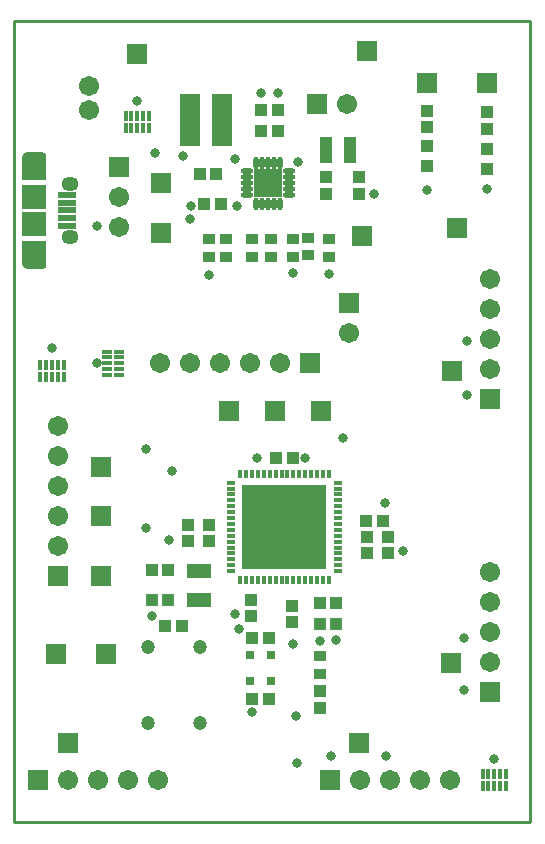
<source format=gts>
G04 Layer_Color=8388736*
%FSLAX25Y25*%
%MOIN*%
G70*
G01*
G75*
%ADD28C,0.01000*%
%ADD48R,0.28400X0.28400*%
%ADD49R,0.06115X0.02375*%
%ADD50R,0.08280X0.07887*%
%ADD51R,0.03950X0.04343*%
%ADD52R,0.08300X0.05100*%
%ADD53R,0.01800X0.03600*%
%ADD54R,0.04147X0.04147*%
%ADD55R,0.04343X0.03950*%
%ADD56R,0.03600X0.01800*%
%ADD57O,0.04147X0.01981*%
%ADD58O,0.01981X0.04147*%
%ADD59R,0.09265X0.09265*%
%ADD60R,0.07099X0.17729*%
%ADD61R,0.03950X0.08674*%
%ADD62R,0.04343X0.03556*%
%ADD63R,0.02729X0.03044*%
%ADD64R,0.01784X0.03162*%
%ADD65R,0.03162X0.01784*%
%ADD66C,0.06800*%
%ADD67C,0.00800*%
%ADD68O,0.05721X0.04934*%
%ADD69C,0.06706*%
%ADD70R,0.06706X0.06706*%
%ADD71R,0.06706X0.06706*%
%ADD72C,0.02375*%
%ADD73C,0.06737*%
%ADD74C,0.04737*%
%ADD75C,0.03200*%
G36*
X10293Y193868D02*
X10344Y193858D01*
X10394Y193841D01*
X10441Y193818D01*
X10484Y193789D01*
X10524Y193754D01*
X10558Y193714D01*
X10587Y193671D01*
X10610Y193624D01*
X10627Y193574D01*
X10638Y193523D01*
X10641Y193471D01*
Y186049D01*
Y185814D01*
D01*
Y185814D01*
X10638Y185762D01*
X10627Y185711D01*
X10622Y185694D01*
X10610Y185661D01*
X10610Y185661D01*
X10431Y185227D01*
X10431Y185227D01*
X10407Y185180D01*
X10378Y185136D01*
X10344Y185097D01*
X10344Y185097D01*
X10012Y184765D01*
X10012Y184765D01*
X9972Y184730D01*
X9928Y184701D01*
X9882Y184678D01*
X9881Y184678D01*
X9448Y184498D01*
X9447Y184498D01*
X9415Y184487D01*
X9398Y184481D01*
X9346Y184471D01*
X9294Y184467D01*
X9294D01*
D01*
X4337D01*
D01*
X4337D01*
X4284Y184471D01*
X4233Y184481D01*
X4216Y184487D01*
X4183Y184498D01*
X4183Y184498D01*
X3460Y184797D01*
X3460Y184798D01*
X3413Y184821D01*
X3369Y184850D01*
X3330Y184884D01*
X2776Y185438D01*
X2776Y185438D01*
X2741Y185477D01*
X2712Y185521D01*
X2697Y185553D01*
X2689Y185568D01*
X2689Y185568D01*
X2389Y186292D01*
X2373Y186341D01*
X2362Y186393D01*
X2359Y186445D01*
Y186837D01*
Y193471D01*
X2362Y193523D01*
X2373Y193574D01*
X2389Y193624D01*
X2413Y193671D01*
X2442Y193714D01*
X2476Y193754D01*
X2516Y193789D01*
X2559Y193818D01*
X2606Y193841D01*
X2656Y193858D01*
X2708Y193868D01*
X2760Y193871D01*
X10240D01*
X10293Y193868D01*
D02*
G37*
G36*
X9346Y223474D02*
X9398Y223464D01*
X9447Y223447D01*
X9882Y223267D01*
X9928Y223244D01*
X9972Y223215D01*
X10012Y223180D01*
X10344Y222848D01*
X10344Y222848D01*
X10378Y222809D01*
X10407Y222765D01*
X10431Y222718D01*
X10431Y222718D01*
X10610Y222284D01*
X10610Y222284D01*
X10622Y222251D01*
X10627Y222234D01*
X10638Y222183D01*
X10641Y222131D01*
Y222131D01*
D01*
Y221896D01*
Y214474D01*
X10638Y214422D01*
X10627Y214371D01*
X10610Y214321D01*
X10587Y214274D01*
X10558Y214230D01*
X10524Y214191D01*
X10484Y214156D01*
X10441Y214127D01*
X10394Y214104D01*
X10344Y214087D01*
X10293Y214077D01*
X10240Y214073D01*
X2760D01*
X2708Y214077D01*
X2656Y214087D01*
X2606Y214104D01*
X2559Y214127D01*
X2516Y214156D01*
X2476Y214191D01*
X2442Y214230D01*
X2413Y214274D01*
X2389Y214321D01*
X2373Y214371D01*
X2362Y214422D01*
X2359Y214474D01*
Y221108D01*
Y221500D01*
X2362Y221552D01*
X2373Y221604D01*
X2389Y221653D01*
X2689Y222377D01*
X2689Y222377D01*
X2697Y222392D01*
X2712Y222424D01*
X2741Y222467D01*
X2776Y222507D01*
X2776Y222507D01*
X3330Y223060D01*
X3330Y223061D01*
X3351Y223079D01*
X3369Y223095D01*
X3398Y223115D01*
X3413Y223124D01*
X3437Y223136D01*
X3460Y223147D01*
X3460Y223148D01*
X4183Y223447D01*
X4233Y223464D01*
X4284Y223474D01*
X4337Y223478D01*
X9294D01*
X9346Y223474D01*
D02*
G37*
D28*
X0Y267000D02*
X172000D01*
X0Y0D02*
Y267000D01*
Y0D02*
X172000D01*
Y267000D01*
D48*
X90000Y98500D02*
D03*
D49*
X17543Y201413D02*
D03*
Y203972D02*
D03*
Y206532D02*
D03*
Y198854D02*
D03*
Y209090D02*
D03*
D50*
X6500Y208500D02*
D03*
Y199445D02*
D03*
D51*
X45744Y84000D02*
D03*
X51256D02*
D03*
X45744Y74000D02*
D03*
X51256D02*
D03*
X50244Y65500D02*
D03*
X55756D02*
D03*
X107256Y73000D02*
D03*
X101744D02*
D03*
X107256Y66000D02*
D03*
X101744D02*
D03*
X87756Y230500D02*
D03*
X82244D02*
D03*
X122756Y100500D02*
D03*
X117244D02*
D03*
X79244Y41000D02*
D03*
X84756D02*
D03*
X84756Y61500D02*
D03*
X79244D02*
D03*
X67256Y216000D02*
D03*
X61744D02*
D03*
X87244Y121500D02*
D03*
X92756D02*
D03*
X63244Y206000D02*
D03*
X68756D02*
D03*
X87756Y237500D02*
D03*
X82244D02*
D03*
D52*
X61500Y74200D02*
D03*
Y83800D02*
D03*
D53*
X156100Y16000D02*
D03*
X158000D02*
D03*
X160000D02*
D03*
X162000D02*
D03*
X163900D02*
D03*
Y12000D02*
D03*
X162000D02*
D03*
X160000D02*
D03*
X158000D02*
D03*
X156100D02*
D03*
X37100Y235500D02*
D03*
X39000D02*
D03*
X41000D02*
D03*
X43000D02*
D03*
X44900D02*
D03*
Y231500D02*
D03*
X43000D02*
D03*
X41000D02*
D03*
X39000D02*
D03*
X37100D02*
D03*
X8600Y152500D02*
D03*
X10500D02*
D03*
X12500D02*
D03*
X14500D02*
D03*
X16400D02*
D03*
Y148500D02*
D03*
X14500D02*
D03*
X12500D02*
D03*
X10500D02*
D03*
X8600D02*
D03*
D54*
X157500Y217807D02*
D03*
Y224500D02*
D03*
X137500Y218807D02*
D03*
Y225500D02*
D03*
D55*
X157500Y231244D02*
D03*
Y236756D02*
D03*
X137500Y231744D02*
D03*
Y237256D02*
D03*
X79000Y68744D02*
D03*
Y74256D02*
D03*
X65000Y93744D02*
D03*
Y99256D02*
D03*
X92500Y66744D02*
D03*
Y72256D02*
D03*
X58000Y93744D02*
D03*
Y99256D02*
D03*
X115000Y209488D02*
D03*
Y215000D02*
D03*
X104000Y209488D02*
D03*
Y215000D02*
D03*
X124500Y89744D02*
D03*
Y95256D02*
D03*
X117500Y89744D02*
D03*
Y95256D02*
D03*
X102000Y38244D02*
D03*
Y43756D02*
D03*
D56*
X31000Y149100D02*
D03*
Y151000D02*
D03*
Y153000D02*
D03*
Y155000D02*
D03*
Y156900D02*
D03*
X35000D02*
D03*
Y155000D02*
D03*
Y153000D02*
D03*
Y151000D02*
D03*
Y149100D02*
D03*
D57*
X77642Y216968D02*
D03*
Y215000D02*
D03*
Y213032D02*
D03*
Y211063D02*
D03*
Y209095D02*
D03*
X91421D02*
D03*
Y211063D02*
D03*
Y213032D02*
D03*
Y215000D02*
D03*
Y216968D02*
D03*
D58*
X80594Y206142D02*
D03*
X82563D02*
D03*
X84531D02*
D03*
X86500D02*
D03*
X88468D02*
D03*
Y219921D02*
D03*
X86500D02*
D03*
X84531D02*
D03*
X82563D02*
D03*
X80594D02*
D03*
D59*
X84531Y213032D02*
D03*
D60*
X58579Y233984D02*
D03*
X69209Y233984D02*
D03*
D61*
X104000Y224000D02*
D03*
X111902D02*
D03*
D62*
X102000Y55453D02*
D03*
Y49547D02*
D03*
X93000Y188500D02*
D03*
Y194405D02*
D03*
X85500Y188453D02*
D03*
Y194358D02*
D03*
X79043Y194390D02*
D03*
Y188484D02*
D03*
X105000Y188484D02*
D03*
Y194390D02*
D03*
X98000Y194905D02*
D03*
Y189000D02*
D03*
X64815Y188484D02*
D03*
Y194390D02*
D03*
X70500Y194358D02*
D03*
Y188453D02*
D03*
D63*
X85445Y55831D02*
D03*
Y47169D02*
D03*
X78555D02*
D03*
Y55831D02*
D03*
D64*
X92953Y80783D02*
D03*
X90984D02*
D03*
X89016D02*
D03*
X94921D02*
D03*
X96890D02*
D03*
X87047D02*
D03*
X85079D02*
D03*
X83110D02*
D03*
X75236D02*
D03*
X77205D02*
D03*
X79173D02*
D03*
X81142D02*
D03*
X98858D02*
D03*
X100827D02*
D03*
X102795D02*
D03*
X104764D02*
D03*
Y116217D02*
D03*
X102795D02*
D03*
X100827D02*
D03*
X98858D02*
D03*
X96890D02*
D03*
X94921D02*
D03*
X92953D02*
D03*
X90984D02*
D03*
X89016D02*
D03*
X87047D02*
D03*
X85079D02*
D03*
X83110D02*
D03*
X81142D02*
D03*
X79173D02*
D03*
X77205D02*
D03*
X75236D02*
D03*
D65*
X72284Y103421D02*
D03*
Y105390D02*
D03*
Y107358D02*
D03*
Y101453D02*
D03*
Y99484D02*
D03*
Y109327D02*
D03*
Y111295D02*
D03*
Y97516D02*
D03*
Y95547D02*
D03*
Y113264D02*
D03*
Y83736D02*
D03*
Y85705D02*
D03*
Y87673D02*
D03*
Y89642D02*
D03*
Y91610D02*
D03*
Y93579D02*
D03*
X107717Y83736D02*
D03*
Y85705D02*
D03*
Y87673D02*
D03*
Y89642D02*
D03*
Y91610D02*
D03*
Y93579D02*
D03*
Y95547D02*
D03*
Y97516D02*
D03*
Y99484D02*
D03*
Y101453D02*
D03*
Y103421D02*
D03*
Y105390D02*
D03*
Y107358D02*
D03*
Y109327D02*
D03*
Y111295D02*
D03*
Y113264D02*
D03*
D66*
X83000Y107000D02*
D03*
X98000D02*
D03*
X83000Y91000D02*
D03*
X97500D02*
D03*
X90500Y99500D02*
D03*
D67*
X6500Y187535D02*
D03*
Y220409D02*
D03*
D68*
X18528Y212732D02*
D03*
Y195213D02*
D03*
D69*
X158500Y83333D02*
D03*
Y73333D02*
D03*
Y63333D02*
D03*
Y53333D02*
D03*
X14500Y92000D02*
D03*
Y102000D02*
D03*
Y112000D02*
D03*
Y122000D02*
D03*
Y132000D02*
D03*
X48000Y14000D02*
D03*
X38000D02*
D03*
X28000D02*
D03*
X18000D02*
D03*
X158500Y181000D02*
D03*
Y171000D02*
D03*
Y161000D02*
D03*
Y151000D02*
D03*
X35000Y208500D02*
D03*
Y198500D02*
D03*
X48500Y153000D02*
D03*
X58500D02*
D03*
X68500D02*
D03*
X78500D02*
D03*
X88500D02*
D03*
X111500Y163000D02*
D03*
X111000Y239500D02*
D03*
X145167Y14000D02*
D03*
X135167D02*
D03*
X125167D02*
D03*
X115167D02*
D03*
D70*
X158500Y43333D02*
D03*
X157500Y246500D02*
D03*
X137500D02*
D03*
X146000Y150500D02*
D03*
X145500Y53000D02*
D03*
X14500Y82000D02*
D03*
X158500Y141000D02*
D03*
X35000Y218500D02*
D03*
X111500Y173000D02*
D03*
D71*
X102300Y137000D02*
D03*
X86800D02*
D03*
X71500D02*
D03*
X117500Y257000D02*
D03*
X49000Y213000D02*
D03*
X30500Y56000D02*
D03*
X29000Y118500D02*
D03*
X41000Y256000D02*
D03*
X14000Y56000D02*
D03*
X29000Y102000D02*
D03*
X49000Y196500D02*
D03*
X29000Y82000D02*
D03*
X116000Y195500D02*
D03*
X8000Y14000D02*
D03*
X98500Y153000D02*
D03*
X101000Y239500D02*
D03*
X105167Y14000D02*
D03*
X115000Y26500D02*
D03*
X18000D02*
D03*
X147500Y198000D02*
D03*
D72*
X82563Y215000D02*
D03*
Y211063D02*
D03*
X86500D02*
D03*
Y215000D02*
D03*
D73*
X25000Y245437D02*
D03*
Y237563D02*
D03*
D74*
X62000Y58500D02*
D03*
X44500D02*
D03*
Y33000D02*
D03*
X62000D02*
D03*
D75*
X45744Y68744D02*
D03*
X107256Y60744D02*
D03*
X93000Y59500D02*
D03*
X105000Y182906D02*
D03*
X64815Y182591D02*
D03*
X93000Y183193D02*
D03*
X137500Y210653D02*
D03*
X59000Y205500D02*
D03*
X87756Y243256D02*
D03*
X94453Y220000D02*
D03*
X73610Y221000D02*
D03*
X74047Y205500D02*
D03*
X82244Y243256D02*
D03*
X58500Y201000D02*
D03*
X27500Y153000D02*
D03*
X12500Y158000D02*
D03*
X41000Y240500D02*
D03*
X51500Y94000D02*
D03*
X120000Y209488D02*
D03*
X81000Y121500D02*
D03*
X74756Y64500D02*
D03*
X27382Y198882D02*
D03*
X52500Y117000D02*
D03*
X123500Y106500D02*
D03*
X150000Y44000D02*
D03*
X151000Y142500D02*
D03*
Y160500D02*
D03*
X56200Y222000D02*
D03*
X47000Y223000D02*
D03*
X129500Y90500D02*
D03*
X97000Y121500D02*
D03*
X44000Y124500D02*
D03*
Y98000D02*
D03*
X73500Y69500D02*
D03*
X101744Y60500D02*
D03*
X160000Y21000D02*
D03*
X157500Y211000D02*
D03*
X105500Y22000D02*
D03*
X124000D02*
D03*
X150000Y61500D02*
D03*
X94000Y35500D02*
D03*
X94072Y19642D02*
D03*
X109500Y128000D02*
D03*
X79244Y36744D02*
D03*
M02*

</source>
